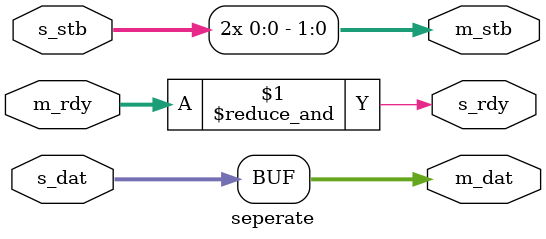
<source format=v>
module seperate #(
  parameter [31:0] W = 8,
  parameter [31:0] N = 2
)(
  // Slave
  input s_stb,
  input [N*W-1:0] s_dat,
  output s_rdy,
  // Masters
  input [N-1:0] m_rdy,
  output [N-1:0] m_stb,
  output [N*W-1:0] m_dat
);
  assign s_rdy = &m_rdy;
  assign m_stb = {N{s_stb}};
  assign m_dat = s_dat;

endmodule

</source>
